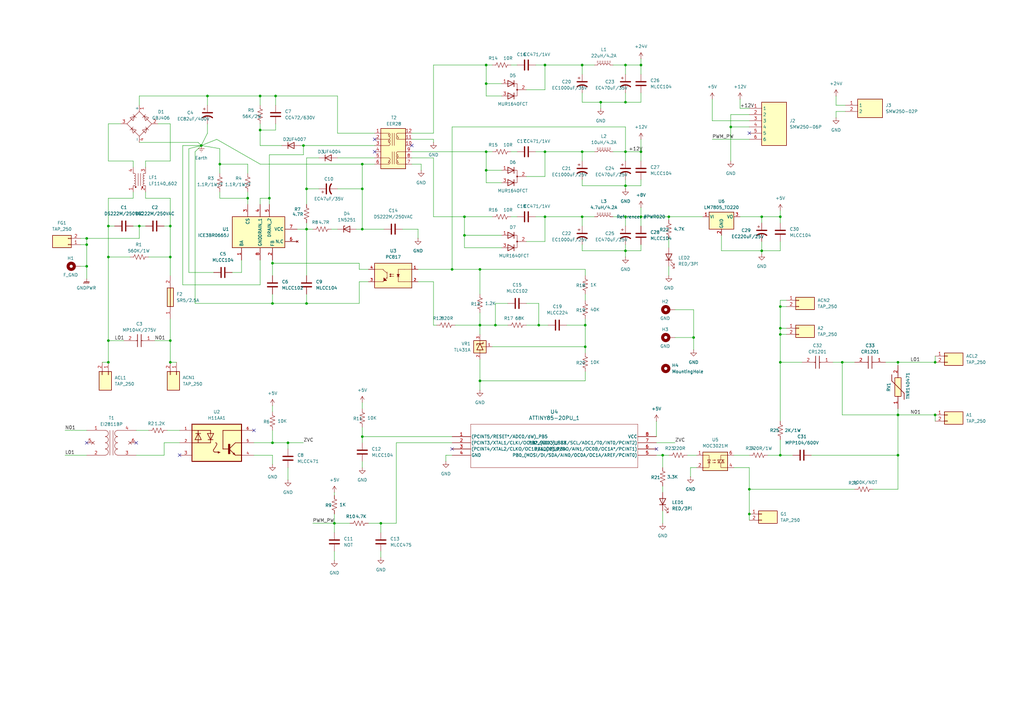
<source format=kicad_sch>
(kicad_sch (version 20250114) (generator "eeschema") (generator_version "9.0")
  (paper "A3")
  (junction (at 256.54 76.2))
  (junction (at 240.03 142.24))
  (junction (at 274.32 88.9))
  (junction (at 111.76 181.61))
  (junction (at 111.76 124.46))
  (junction (at 256.54 26.67))
  (junction (at 44.45 148.59))
  (junction (at 312.42 88.9))
  (junction (at 345.44 148.59))
  (junction (at 199.39 62.23))
  (junction (at 190.5 96.52))
  (junction (at 148.59 67.31))
  (junction (at 106.68 39.37))
  (junction (at 256.54 102.87))
  (junction (at 320.04 148.59))
  (junction (at 262.89 26.67))
  (junction (at 69.85 92.71))
  (junction (at 125.73 124.46))
  (junction (at 148.59 179.07))
  (junction (at 82.55 59.69))
  (junction (at 238.76 26.67))
  (junction (at 271.78 186.69))
  (junction (at 111.76 107.95))
  (junction (at 101.6 81.28))
  (junction (at 125.73 93.98))
  (junction (at 223.52 26.67))
  (junction (at 69.85 105.41))
  (junction (at 148.59 93.98))
  (junction (at 383.54 148.59))
  (junction (at 185.42 110.49))
  (junction (at 320.04 88.9))
  (junction (at 320.04 137.16))
  (junction (at 196.85 156.21))
  (junction (at 240.03 133.35))
  (junction (at 196.85 133.35))
  (junction (at 238.76 88.9))
  (junction (at 320.04 125.73))
  (junction (at 199.39 34.29))
  (junction (at 368.3 148.59))
  (junction (at 368.3 186.69))
  (junction (at 69.85 139.7))
  (junction (at 110.49 81.28))
  (junction (at 307.34 200.66))
  (junction (at 262.89 88.9))
  (junction (at 190.5 88.9))
  (junction (at 223.52 62.23))
  (junction (at 199.39 26.67))
  (junction (at 256.54 62.23))
  (junction (at 383.54 170.18))
  (junction (at 256.54 88.9))
  (junction (at 238.76 62.23))
  (junction (at 44.45 139.7))
  (junction (at 284.48 138.43))
  (junction (at 35.56 97.79))
  (junction (at 44.45 92.71))
  (junction (at 307.34 210.82))
  (junction (at 148.59 77.47))
  (junction (at 137.16 214.63))
  (junction (at 85.09 39.37))
  (junction (at 299.72 52.07))
  (junction (at 262.89 62.23))
  (junction (at 44.45 105.41))
  (junction (at 312.42 102.87))
  (junction (at 57.15 92.71))
  (junction (at 69.85 148.59))
  (junction (at 124.46 59.69))
  (junction (at 196.85 110.49))
  (junction (at 90.17 67.31))
  (junction (at 320.04 134.62))
  (junction (at 368.3 170.18))
  (junction (at 223.52 88.9))
  (junction (at 125.73 77.47))
  (junction (at 35.56 109.22))
  (junction (at 106.68 53.34))
  (junction (at 220.98 133.35))
  (junction (at 199.39 69.85))
  (junction (at 113.03 39.37))
  (junction (at 35.56 100.33))
  (junction (at 256.54 41.91))
  (junction (at 320.04 186.69))
  (junction (at 246.38 41.91))
  (junction (at 156.21 214.63))
  (junction (at 203.2 133.35))
  (junction (at 118.11 181.61))
  (no_connect (at 35.56 181.61))
  (no_connect (at 55.88 181.61))
  (no_connect (at 104.14 176.53))
  (no_connect (at 307.34 54.61))
  (no_connect (at 153.67 57.15))
  (no_connect (at 168.91 59.69))
  (no_connect (at 185.42 184.15))
  (no_connect (at 153.67 62.23))
  (no_connect (at 73.66 186.69))
  (no_connect (at 269.24 184.15))
  (wire (pts (xy 67.31 186.69) (xy 67.31 181.61)))
  (wire (pts (xy 44.45 81.28) (xy 54.61 81.28)))
  (wire (pts (xy 26.67 176.53) (xy 35.56 176.53)))
  (wire (pts (xy 111.76 124.46) (xy 125.73 124.46)))
  (wire (pts (xy 111.76 181.61) (xy 111.76 176.53)))
  (wire (pts (xy 185.42 52.07) (xy 185.42 110.49)))
  (wire (pts (xy 262.89 100.33) (xy 262.89 102.87)))
  (wire (pts (xy 125.73 64.77) (xy 130.81 64.77)))
  (wire (pts (xy 69.85 105.41) (xy 69.85 113.03)))
  (wire (pts (xy 256.54 62.23) (xy 256.54 66.04)))
  (wire (pts (xy 274.32 109.22) (xy 274.32 113.03)))
  (wire (pts (xy 57.15 43.18) (xy 57.15 39.37)))
  (wire (pts (xy 256.54 100.33) (xy 256.54 102.87)))
  (wire (pts (xy 240.03 130.81) (xy 240.03 133.35)))
  (wire (pts (xy 271.78 209.55) (xy 271.78 214.63)))
  (wire (pts (xy 314.96 186.69) (xy 320.04 186.69)))
  (wire (pts (xy 185.42 110.49) (xy 196.85 110.49)))
  (wire (pts (xy 320.04 137.16) (xy 322.58 137.16)))
  (wire (pts (xy 125.73 83.82) (xy 125.73 77.47)))
  (wire (pts (xy 68.58 176.53) (xy 73.66 176.53)))
  (wire (pts (xy 171.45 93.98) (xy 171.45 97.79)))
  (wire (pts (xy 106.68 39.37) (xy 113.03 39.37)))
  (wire (pts (xy 90.17 71.12) (xy 90.17 67.31)))
  (wire (pts (xy 148.59 179.07) (xy 148.59 181.61)))
  (wire (pts (xy 101.6 67.31) (xy 101.6 71.12)))
  (wire (pts (xy 238.76 66.04) (xy 238.76 62.23)))
  (wire (pts (xy 111.76 186.69) (xy 104.14 186.69)))
  (wire (pts (xy 284.48 138.43) (xy 284.48 143.51)))
  (wire (pts (xy 271.78 186.69) (xy 271.78 191.77)))
  (wire (pts (xy 157.48 93.98) (xy 148.59 93.98)))
  (wire (pts (xy 251.46 88.9) (xy 256.54 88.9)))
  (wire (pts (xy 182.88 189.23) (xy 182.88 186.69)))
  (wire (pts (xy 125.73 93.98) (xy 128.27 93.98)))
  (wire (pts (xy 238.76 41.91) (xy 246.38 41.91)))
  (wire (pts (xy 196.85 133.35) (xy 203.2 133.35)))
  (wire (pts (xy 138.43 77.47) (xy 148.59 77.47)))
  (wire (pts (xy 118.11 181.61) (xy 118.11 184.15)))
  (wire (pts (xy 238.76 26.67) (xy 243.84 26.67)))
  (wire (pts (xy 320.04 148.59) (xy 320.04 172.72)))
  (wire (pts (xy 262.89 57.15) (xy 262.89 62.23)))
  (wire (pts (xy 101.6 81.28) (xy 101.6 83.82)))
  (wire (pts (xy 49.53 50.8) (xy 44.45 50.8)))
  (wire (pts (xy 262.89 102.87) (xy 256.54 102.87)))
  (wire (pts (xy 111.76 107.95) (xy 111.76 113.03)))
  (wire (pts (xy 196.85 156.21) (xy 196.85 160.02)))
  (wire (pts (xy 125.73 120.65) (xy 125.73 124.46)))
  (wire (pts (xy 148.59 179.07) (xy 148.59 175.26)))
  (wire (pts (xy 256.54 102.87) (xy 256.54 105.41)))
  (wire (pts (xy 67.31 92.71) (xy 69.85 92.71)))
  (wire (pts (xy 246.38 41.91) (xy 246.38 44.45)))
  (wire (pts (xy 162.56 214.63) (xy 162.56 181.61)))
  (wire (pts (xy 262.89 88.9) (xy 274.32 88.9)))
  (wire (pts (xy 332.74 186.69) (xy 368.3 186.69)))
  (wire (pts (xy 300.99 186.69) (xy 307.34 186.69)))
  (wire (pts (xy 274.32 97.79) (xy 274.32 101.6)))
  (wire (pts (xy 223.52 88.9) (xy 219.71 88.9)))
  (wire (pts (xy 203.2 124.46) (xy 203.2 133.35)))
  (wire (pts (xy 148.59 77.47) (xy 148.59 67.31)))
  (wire (pts (xy 238.76 88.9) (xy 243.84 88.9)))
  (wire (pts (xy 368.3 148.59) (xy 368.3 149.86)))
  (wire (pts (xy 292.1 57.15) (xy 307.34 57.15)))
  (wire (pts (xy 219.71 62.23) (xy 223.52 62.23)))
  (wire (pts (xy 299.72 66.04) (xy 299.72 52.07)))
  (wire (pts (xy 320.04 125.73) (xy 322.58 125.73)))
  (wire (pts (xy 283.21 195.58) (xy 283.21 191.77)))
  (wire (pts (xy 162.56 181.61) (xy 185.42 181.61)))
  (wire (pts (xy 177.8 26.67) (xy 199.39 26.67)))
  (wire (pts (xy 201.93 142.24) (xy 240.03 142.24)))
  (wire (pts (xy 223.52 26.67) (xy 238.76 26.67)))
  (wire (pts (xy 124.46 59.69) (xy 153.67 59.69)))
  (wire (pts (xy 168.91 62.23) (xy 199.39 62.23)))
  (wire (pts (xy 223.52 88.9) (xy 238.76 88.9)))
  (wire (pts (xy 110.49 81.28) (xy 106.68 81.28)))
  (wire (pts (xy 240.03 120.65) (xy 240.03 123.19)))
  (wire (pts (xy 215.9 124.46) (xy 220.98 124.46)))
  (wire (pts (xy 269.24 172.72) (xy 269.24 179.07)))
  (wire (pts (xy 168.91 67.31) (xy 172.72 67.31)))
  (wire (pts (xy 209.55 88.9) (xy 212.09 88.9)))
  (wire (pts (xy 256.54 38.1) (xy 256.54 41.91)))
  (wire (pts (xy 69.85 92.71) (xy 69.85 105.41)))
  (wire (pts (xy 240.03 142.24) (xy 240.03 144.78)))
  (wire (pts (xy 104.14 181.61) (xy 111.76 181.61)))
  (wire (pts (xy 106.68 53.34) (xy 106.68 59.69)))
  (wire (pts (xy 90.17 67.31) (xy 90.17 60.96)))
  (wire (pts (xy 320.04 123.19) (xy 322.58 123.19)))
  (wire (pts (xy 26.67 186.69) (xy 35.56 186.69)))
  (wire (pts (xy 256.54 26.67) (xy 256.54 30.48)))
  (wire (pts (xy 177.8 133.35) (xy 179.07 133.35)))
  (wire (pts (xy 118.11 181.61) (xy 124.46 181.61)))
  (wire (pts (xy 223.52 36.83) (xy 223.52 26.67)))
  (wire (pts (xy 196.85 128.27) (xy 196.85 133.35)))
  (wire (pts (xy 165.1 93.98) (xy 171.45 93.98)))
  (wire (pts (xy 196.85 110.49) (xy 240.03 110.49)))
  (wire (pts (xy 185.42 179.07) (xy 148.59 179.07)))
  (wire (pts (xy 262.89 38.1) (xy 262.89 41.91)))
  (wire (pts (xy 238.76 38.1) (xy 238.76 41.91)))
  (wire (pts (xy 80.01 62.23) (xy 82.55 59.69)))
  (wire (pts (xy 85.09 39.37) (xy 106.68 39.37)))
  (wire (pts (xy 209.55 26.67) (xy 212.09 26.67)))
  (wire (pts (xy 111.76 190.5) (xy 111.76 186.69)))
  (wire (pts (xy 203.2 124.46) (xy 208.28 124.46)))
  (wire (pts (xy 342.9 45.72) (xy 346.71 45.72)))
  (wire (pts (xy 256.54 62.23) (xy 262.89 62.23)))
  (wire (pts (xy 113.03 50.8) (xy 113.03 53.34)))
  (wire (pts (xy 111.76 124.46) (xy 80.01 124.46)))
  (wire (pts (xy 256.54 76.2) (xy 256.54 77.47)))
  (wire (pts (xy 147.32 107.95) (xy 111.76 107.95)))
  (wire (pts (xy 147.32 110.49) (xy 147.32 107.95)))
  (wire (pts (xy 69.85 66.04) (xy 59.69 66.04)))
  (wire (pts (xy 147.32 115.57) (xy 151.13 115.57)))
  (wire (pts (xy 190.5 88.9) (xy 190.5 96.52)))
  (wire (pts (xy 125.73 91.44) (xy 125.73 93.98)))
  (wire (pts (xy 320.04 88.9) (xy 320.04 91.44)))
  (wire (pts (xy 33.02 109.22) (xy 35.56 109.22)))
  (wire (pts (xy 128.27 214.63) (xy 137.16 214.63)))
  (wire (pts (xy 312.42 102.87) (xy 312.42 104.14)))
  (wire (pts (xy 111.76 120.65) (xy 111.76 124.46)))
  (wire (pts (xy 346.71 43.18) (xy 342.9 43.18)))
  (wire (pts (xy 256.54 73.66) (xy 256.54 76.2)))
  (wire (pts (xy 262.89 41.91) (xy 256.54 41.91)))
  (wire (pts (xy 57.15 92.71) (xy 59.69 92.71)))
  (wire (pts (xy 256.54 88.9) (xy 262.89 88.9)))
  (wire (pts (xy 106.68 67.31) (xy 148.59 67.31)))
  (wire (pts (xy 111.76 106.68) (xy 111.76 107.95)))
  (wire (pts (xy 69.85 105.41) (xy 60.96 105.41)))
  (wire (pts (xy 215.9 72.39) (xy 223.52 72.39)))
  (wire (pts (xy 41.91 148.59) (xy 44.45 148.59)))
  (wire (pts (xy 295.91 96.52) (xy 295.91 102.87)))
  (wire (pts (xy 44.45 92.71) (xy 44.45 105.41)))
  (wire (pts (xy 215.9 133.35) (xy 220.98 133.35)))
  (wire (pts (xy 44.45 66.04) (xy 54.61 66.04)))
  (wire (pts (xy 177.8 88.9) (xy 190.5 88.9)))
  (wire (pts (xy 168.91 64.77) (xy 177.8 64.77)))
  (wire (pts (xy 190.5 88.9) (xy 201.93 88.9)))
  (wire (pts (xy 137.16 214.63) (xy 143.51 214.63)))
  (wire (pts (xy 54.61 81.28) (xy 54.61 78.74)))
  (wire (pts (xy 74.93 59.69) (xy 82.55 59.69)))
  (wire (pts (xy 299.72 52.07) (xy 299.72 46.99)))
  (wire (pts (xy 57.15 58.42) (xy 81.28 58.42)))
  (wire (pts (xy 342.9 43.18) (xy 342.9 39.37)))
  (wire (pts (xy 54.61 66.04) (xy 54.61 68.58)))
  (wire (pts (xy 124.46 59.69) (xy 124.46 63.5)))
  (wire (pts (xy 320.04 102.87) (xy 312.42 102.87)))
  (wire (pts (xy 205.74 39.37) (xy 199.39 39.37)))
  (wire (pts (xy 182.88 186.69) (xy 185.42 186.69)))
  (wire (pts (xy 74.93 116.84) (xy 74.93 59.69)))
  (wire (pts (xy 199.39 39.37) (xy 199.39 34.29)))
  (wire (pts (xy 44.45 105.41) (xy 53.34 105.41)))
  (wire (pts (xy 177.8 54.61) (xy 177.8 26.67)))
  (wire (pts (xy 220.98 133.35) (xy 224.79 133.35)))
  (wire (pts (xy 87.63 111.76) (xy 77.47 111.76)))
  (wire (pts (xy 88.9 57.15) (xy 82.55 59.69)))
  (wire (pts (xy 35.56 97.79) (xy 35.56 100.33)))
  (wire (pts (xy 205.74 69.85) (xy 199.39 69.85)))
  (wire (pts (xy 223.52 99.06) (xy 223.52 88.9)))
  (wire (pts (xy 368.3 200.66) (xy 368.3 186.69)))
  (wire (pts (xy 215.9 36.83) (xy 223.52 36.83)))
  (wire (pts (xy 262.89 26.67) (xy 262.89 30.48)))
  (wire (pts (xy 151.13 110.49) (xy 147.32 110.49)))
  (wire (pts (xy 199.39 34.29) (xy 205.74 34.29)))
  (wire (pts (xy 238.76 100.33) (xy 238.76 102.87)))
  (wire (pts (xy 137.16 201.93) (xy 137.16 203.2)))
  (wire (pts (xy 148.59 165.1) (xy 148.59 167.64)))
  (wire (pts (xy 77.47 111.76) (xy 77.47 60.96)))
  (wire (pts (xy 64.77 50.8) (xy 69.85 50.8)))
  (wire (pts (xy 358.14 200.66) (xy 368.3 200.66)))
  (wire (pts (xy 240.03 133.35) (xy 240.03 142.24)))
  (wire (pts (xy 368.3 186.69) (xy 368.3 170.18)))
  (wire (pts (xy 320.04 180.34) (xy 320.04 186.69)))
  (wire (pts (xy 106.68 50.8) (xy 106.68 53.34)))
  (wire (pts (xy 196.85 110.49) (xy 196.85 120.65)))
  (wire (pts (xy 256.54 62.23) (xy 256.54 52.07)))
  (wire (pts (xy 238.76 30.48) (xy 238.76 26.67)))
  (wire (pts (xy 113.03 39.37) (xy 138.43 39.37)))
  (wire (pts (xy 223.52 72.39) (xy 223.52 62.23)))
  (wire (pts (xy 186.69 133.35) (xy 196.85 133.35)))
  (wire (pts (xy 196.85 156.21) (xy 240.03 156.21)))
  (wire (pts (xy 312.42 88.9) (xy 320.04 88.9)))
  (wire (pts (xy 274.32 88.9) (xy 288.29 88.9)))
  (wire (pts (xy 199.39 69.85) (xy 199.39 74.93)))
  (wire (pts (xy 177.8 133.35) (xy 177.8 115.57)))
  (wire (pts (xy 85.09 54.61) (xy 82.55 59.69)))
  (wire (pts (xy 320.04 86.36) (xy 320.04 88.9)))
  (wire (pts (xy 383.54 170.18) (xy 383.54 172.72)))
  (wire (pts (xy 110.49 63.5) (xy 110.49 81.28)))
  (wire (pts (xy 299.72 46.99) (xy 307.34 46.99)))
  (wire (pts (xy 63.5 139.7) (xy 69.85 139.7)))
  (wire (pts (xy 307.34 49.53) (xy 292.1 49.53)))
  (wire (pts (xy 238.76 62.23) (xy 243.84 62.23)))
  (wire (pts (xy 118.11 191.77) (xy 118.11 196.85)))
  (wire (pts (xy 125.73 77.47) (xy 125.73 64.77)))
  (wire (pts (xy 312.42 88.9) (xy 312.42 91.44)))
  (wire (pts (xy 77.47 60.96) (xy 82.55 59.69)))
  (wire (pts (xy 262.89 24.13) (xy 262.89 26.67)))
  (wire (pts (xy 320.04 134.62) (xy 320.04 125.73)))
  (wire (pts (xy 151.13 214.63) (xy 156.21 214.63)))
  (wire (pts (xy 125.73 113.03) (xy 125.73 93.98)))
  (wire (pts (xy 106.68 59.69) (xy 115.57 59.69)))
  (wire (pts (xy 341.63 148.59) (xy 345.44 148.59)))
  (wire (pts (xy 240.03 110.49) (xy 240.03 113.03)))
  (wire (pts (xy 238.76 102.87) (xy 256.54 102.87)))
  (wire (pts (xy 69.85 148.59) (xy 72.39 148.59)))
  (wire (pts (xy 209.55 62.23) (xy 212.09 62.23)))
  (wire (pts (xy 262.89 76.2) (xy 256.54 76.2)))
  (wire (pts (xy 147.32 124.46) (xy 147.32 115.57)))
  (wire (pts (xy 67.31 181.61) (xy 73.66 181.61)))
  (wire (pts (xy 320.04 186.69) (xy 325.12 186.69)))
  (wire (pts (xy 106.68 116.84) (xy 74.93 116.84)))
  (wire (pts (xy 69.85 130.81) (xy 69.85 139.7)))
  (wire (pts (xy 363.22 148.59) (xy 368.3 148.59)))
  (wire (pts (xy 138.43 93.98) (xy 135.89 93.98)))
  (wire (pts (xy 44.45 92.71) (xy 44.45 81.28)))
  (wire (pts (xy 368.3 170.18) (xy 383.54 170.18)))
  (wire (pts (xy 284.48 127) (xy 284.48 138.43)))
  (wire (pts (xy 106.68 81.28) (xy 106.68 83.82)))
  (wire (pts (xy 307.34 210.82) (xy 307.34 213.36)))
  (wire (pts (xy 256.54 88.9) (xy 256.54 92.71)))
  (wire (pts (xy 307.34 200.66) (xy 307.34 191.77)))
  (wire (pts (xy 106.68 39.37) (xy 106.68 43.18)))
  (wire (pts (xy 168.91 57.15) (xy 177.8 57.15)))
  (wire (pts (xy 90.17 60.96) (xy 82.55 59.69)))
  (wire (pts (xy 55.88 176.53) (xy 60.96 176.53)))
  (wire (pts (xy 345.44 148.59) (xy 350.52 148.59)))
  (wire (pts (xy 238.76 76.2) (xy 256.54 76.2)))
  (wire (pts (xy 320.04 148.59) (xy 328.93 148.59)))
  (wire (pts (xy 199.39 62.23) (xy 201.93 62.23)))
  (wire (pts (xy 215.9 99.06) (xy 223.52 99.06)))
  (wire (pts (xy 262.89 73.66) (xy 262.89 76.2)))
  (wire (pts (xy 262.89 88.9) (xy 262.89 92.71)))
  (wire (pts (xy 383.54 146.05) (xy 383.54 148.59)))
  (wire (pts (xy 35.56 109.22) (xy 35.56 100.33)))
  (wire (pts (xy 106.68 106.68) (xy 106.68 116.84)))
  (wire (pts (xy 35.56 97.79) (xy 57.15 97.79)))
  (wire (pts (xy 33.02 100.33) (xy 35.56 100.33)))
  (wire (pts (xy 223.52 62.23) (xy 238.76 62.23)))
  (wire (pts (xy 90.17 81.28) (xy 101.6 81.28)))
  (wire (pts (xy 137.16 229.87) (xy 137.16 226.06)))
  (wire (pts (xy 256.54 41.91) (xy 246.38 41.91)))
  (wire (pts (xy 57.15 39.37) (xy 85.09 39.37)))
  (wire (pts (xy 171.45 110.49) (xy 185.42 110.49)))
  (wire (pts (xy 307.34 200.66) (xy 350.52 200.66)))
  (wire (pts (xy 205.74 74.93) (xy 199.39 74.93)))
  (wire (pts (xy 57.15 92.71) (xy 57.15 97.79)))
  (wire (pts (xy 69.85 50.8) (xy 69.85 66.04)))
  (wire (pts (xy 307.34 44.45) (xy 303.53 44.45)))
  (wire (pts (xy 138.43 64.77) (xy 153.67 64.77)))
  (wire (pts (xy 69.85 81.28) (xy 69.85 92.71)))
  (wire (pts (xy 283.21 191.77) (xy 285.75 191.77)))
  (wire (pts (xy 55.88 186.69) (xy 67.31 186.69)))
  (wire (pts (xy 199.39 62.23) (xy 199.39 69.85)))
  (wire (pts (xy 271.78 199.39) (xy 271.78 201.93)))
  (wire (pts (xy 199.39 26.67) (xy 201.93 26.67)))
  (wire (pts (xy 90.17 78.74) (xy 90.17 81.28)))
  (wire (pts (xy 138.43 54.61) (xy 153.67 54.61)))
  (wire (pts (xy 59.69 78.74) (xy 59.69 81.28)))
  (wire (pts (xy 292.1 49.53) (xy 292.1 40.64)))
  (wire (pts (xy 256.54 26.67) (xy 262.89 26.67)))
  (wire (pts (xy 251.46 26.67) (xy 256.54 26.67)))
  (wire (pts (xy 199.39 26.67) (xy 199.39 34.29)))
  (wire (pts (xy 35.56 109.22) (xy 35.56 114.3)))
  (wire (pts (xy 274.32 88.9) (xy 274.32 90.17)))
  (wire (pts (xy 99.06 111.76) (xy 99.06 106.68)))
  (wire (pts (xy 251.46 62.23) (xy 256.54 62.23)))
  (wire (pts (xy 269.24 186.69) (xy 271.78 186.69)))
  (wire (pts (xy 44.45 50.8) (xy 44.45 66.04)))
  (wire (pts (xy 303.53 44.45) (xy 303.53 40.64)))
  (wire (pts (xy 177.8 64.77) (xy 177.8 88.9)))
  (wire (pts (xy 121.92 93.98) (xy 125.73 93.98)))
  (wire (pts (xy 177.8 57.15) (xy 177.8 58.42)))
  (wire (pts (xy 262.89 62.23) (xy 262.89 66.04)))
  (wire (pts (xy 146.05 93.98) (xy 148.59 93.98)))
  (wire (pts (xy 303.53 88.9) (xy 312.42 88.9)))
  (wire (pts (xy 196.85 133.35) (xy 196.85 137.16)))
  (wire (pts (xy 46.99 92.71) (xy 44.45 92.71)))
  (wire (pts (xy 44.45 105.41) (xy 44.45 139.7)))
  (wire (pts (xy 137.16 210.82) (xy 137.16 214.63)))
  (wire (pts (xy 203.2 133.35) (xy 208.28 133.35)))
  (wire (pts (xy 262.89 85.09) (xy 262.89 88.9)))
  (wire (pts (xy 33.02 97.79) (xy 35.56 97.79)))
  (wire (pts (xy 172.72 67.31) (xy 172.72 69.85)))
  (wire (pts (xy 190.5 96.52) (xy 205.74 96.52)))
  (wire (pts (xy 271.78 186.69) (xy 274.32 186.69)))
  (wire (pts (xy 320.04 125.73) (xy 320.04 123.19)))
  (wire (pts (xy 345.44 170.18) (xy 368.3 170.18)))
  (wire (pts (xy 111.76 181.61) (xy 118.11 181.61)))
  (wire (pts (xy 190.5 101.6) (xy 190.5 96.52)))
  (wire (pts (xy 44.45 139.7) (xy 44.45 148.59)))
  (wire (pts (xy 156.21 228.6) (xy 156.21 226.06)))
  (wire (pts (xy 307.34 200.66) (xy 307.34 210.82)))
  (wire (pts (xy 54.61 92.71) (xy 57.15 92.71)))
  (wire (pts (xy 69.85 139.7) (xy 69.85 148.59)))
  (wire (pts (xy 256.54 52.07) (xy 185.42 52.07)))
  (wire (pts (xy 345.44 148.59) (xy 345.44 170.18)))
  (wire (pts (xy 81.28 58.42) (xy 82.55 59.69)))
  (wire (pts (xy 232.41 133.35) (xy 240.03 133.35)))
  (wire (pts (xy 320.04 134.62) (xy 322.58 134.62)))
  (wire (pts (xy 137.16 218.44) (xy 137.16 214.63)))
  (wire (pts (xy 177.8 115.57) (xy 171.45 115.57)))
  (wire (pts (xy 153.67 67.31) (xy 148.59 67.31)))
  (wire (pts (xy 113.03 39.37) (xy 113.03 43.18)))
  (wire (pts (xy 276.86 138.43) (xy 284.48 138.43)))
  (wire (pts (xy 281.94 186.69) (xy 285.75 186.69)))
  (wire (pts (xy 342.9 48.26) (xy 342.9 45.72)))
  (wire (pts (xy 156.21 214.63) (xy 156.21 218.44)))
  (wire (pts (xy 125.73 124.46) (xy 147.32 124.46)))
  (wire (pts (xy 80.01 124.46) (xy 80.01 62.23)))
  (wire (pts (xy 190.5 101.6) (xy 205.74 101.6)))
  (wire (pts (xy 196.85 147.32) (xy 196.85 156.21)))
  (wire (pts (xy 312.42 99.06) (xy 312.42 102.87)))
  (wire (pts (xy 101.6 78.74) (xy 101.6 81.28)))
  (wire (pts (xy 111.76 166.37) (xy 111.76 168.91)))
  (wire (pts (xy 148.59 93.98) (xy 148.59 77.47)))
  (wire (pts (xy 90.17 67.31) (xy 101.6 67.31)))
  (wire (pts (xy 110.49 81.28) (xy 110.49 83.82)))
  (wire (pts (xy 299.72 52.07) (xy 307.34 52.07)))
  (wire (pts (xy 223.52 26.67) (xy 219.71 26.67)))
  (wire (pts (xy 95.25 111.76) (xy 99.06 111.76)))
  (wire (pts (xy 238.76 73.66) (xy 238.76 76.2)))
  (wire (pts (xy 106.68 67.31) (xy 88.9 57.15)))
  (wire (pts (xy 85.09 50.8) (xy 85.09 54.61)))
  (wire (pts (xy 220.98 124.46) (xy 220.98 133.35)))
  (wire (pts (xy 59.69 81.28) (xy 69.85 81.28)))
  (wire (pts (xy 59.69 66.04) (xy 59.69 68.58)))
  (wire (pts (xy 238.76 88.9) (xy 238.76 92.71)))
  (wire (pts (xy 148.59 189.23) (xy 148.59 191.77)))
  (wire (pts (xy 240.03 152.4) (xy 240.03 156.21)))
  (wire (pts (xy 307.34 191.77) (xy 300.99 191.77)))
  (wire (pts (xy 124.46 63.5) (xy 110.49 63.5)))
  (wire (pts (xy 130.81 77.47) (xy 125.73 77.47)))
  (wire (pts (xy 320.04 137.16) (xy 320.04 134.62)))
  (wire (pts (xy 320.04 99.06) (xy 320.04 102.87)))
  (wire (pts (xy 123.19 59.69) (xy 124.46 59.69)))
  (wire (pts (xy 368.3 170.18) (xy 368.3 167.64)))
  (wire (pts (xy 156.21 214.63) (xy 162.56 214.63)))
  (wire (pts (xy 138.43 39.37) (xy 138.43 54.61)))
  (wire (pts (xy 85.09 39.37) (xy 85.09 43.18)))
  (wire (pts (xy 168.91 54.61) (xy 177.8 54.61)))
  (wire (pts (xy 368.3 148.59) (xy 383.54 148.59)))
  (wire (pts (xy 106.68 53.34) (xy 113.03 53.34)))
  (wire (pts (xy 44.45 139.7) (xy 50.8 139.7)))
  (wire (pts (xy 295.91 102.87) (xy 312.42 102.87)))
  (wire (pts (xy 320.04 148.59) (xy 320.04 137.16)))
  (wire (pts (xy 276.86 127) (xy 284.48 127)))
  (wire (pts (xy 269.24 181.61) (xy 276.86 181.61)))
  (label "PWM_PW" (at 128.27 214.63 0) (effects (font (size 1.397 1.397))))
  (label "N01" (at 26.67 176.53 0) (effects (font (size 1.397 1.397))))
  (label "PWM_PW" (at 292.1 57.15 0) (effects (font (size 1.397 1.397))))
  (label "L01" (at 373.38 148.59 0) (effects (font (size 1.397 1.397))))
  (label "+12V" (at 257.81 62.23 0) (effects (font (size 1.397 1.397))))
  (label "ZVC" (at 124.46 181.61 0) (effects (font (size 1.397 1.397))))
  (label "N01" (at 63.5 139.7 0) (effects (font (size 1.397 1.397))))
  (label "+12V" (at 303.53 44.45 0) (effects (font (size 1.397 1.397))))
  (label "N01" (at 373.38 170.18 0) (effects (font (size 1.397 1.397))))
  (label "L01" (at 46.99 139.7 0) (effects (font (size 1.397 1.397))))
  (label "L01" (at 26.67 186.69 0) (effects (font (size 1.397 1.397))))
  (label "ZVC" (at 276.86 181.61 0) (effects (font (size 1.397 1.397))))
  (symbol (lib_id "04_MyLib_Passive:C_Pol") (at 238.76 34.29 0) (unit 1)
    (property "Reference" "C20" (at 230.378 33.528 0) (effects (justify left)))
    (property "Value" "EC1000uF/35V" (at 226.314 36.068 0) (effects (justify left)))
    (property "Footprint" "04_MyFoot_Passive:CP_Radial_D12.5mm_P5.00mm" (effects (hide yes)))
  )
  (symbol (lib_id "04_MyLib_Passive:R") (at 111.76 172.72 180) (unit 1)
    (property "Reference" "R6" (at 107.95 172.974 0) (effects (justify right)))
    (property "Value" "10K" (at 113.792 172.72 0) (effects (justify right)))
    (property "Footprint" "04_MyFoot_Passive:R_3216Metric" (effects (hide yes)))
  )
  (symbol (lib_id "04_MyLib_Passive:R") (at 125.73 87.63 0) (unit 1)
    (property "Reference" "R7" (at 120.65 85.852 0) (effects (justify left)))
    (property "Value" "4.7R" (at 119.888 87.884 0) (effects (justify left)))
    (property "Footprint" "04_MyFoot_Passive:R_3216Metric" (effects (hide yes)))
  )
  (symbol (lib_id "04_MyLib_Passive:C_Pol") (at 238.76 96.52 0) (unit 1)
    (property "Reference" "C22" (at 230.378 95.758 0) (effects (justify left)))
    (property "Value" "EC1000uF/25V" (at 226.314 98.298 0) (effects (justify left)))
    (property "Footprint" "04_MyFoot_Passive:CP_Radial_D10.0mm_P5.00mm" (effects (hide yes)))
  )
  (symbol (lib_id "04_MyLib_Passive:C_Pol") (at 256.54 96.52 0) (unit 1)
    (property "Reference" "C25" (at 248.158 95.758 0) (effects (justify left)))
    (property "Value" "EC470uF/25V" (at 244.094 98.298 0) (effects (justify left)))
    (property "Footprint" "04_MyFoot_Passive:CP_Radial_D10.0mm_P5.00mm" (effects (hide yes)))
  )
  (symbol (lib_id "04_MyLib_Passive:R") (at 240.03 127 180) (unit 1)
    (property "Reference" "R19" (at 236.22 127.254 0) (effects (justify right)))
    (property "Value" "40K" (at 242.062 127 0) (effects (justify right)))
    (property "Footprint" "04_MyFoot_Passive:R_Axial_0.25W_P10.16mm" (effects (hide yes)))
  )
  (symbol (lib_id "power:+5V") (at 269.24 172.72 0) (unit 1)
    (property "Reference" "#PWR021" (effects (hide yes)))
    (property "Value" "+5V" (at 269.24 167.64 0))
    (property "Description" "Power symbol creates a global label with name \"+5V\"" (effects (hide yes)))
  )
  (symbol (lib_id "04_MyLib_Passive:C") (at 328.93 186.69 90) (unit 1)
    (property "Reference" "C31" (at 328.93 179.07 90))
    (property "Value" "MPP104/600V" (at 328.93 181.61 90))
    (property "Footprint" "04_MyFoot_Passive:C_PP_L23.0mm_W10.9mm_P21.2mm" (effects (hide yes)))
  )
  (symbol (lib_id "02_MyLib_Connectors:TAP_250") (at 72.39 153.67 270) (unit 1)
    (property "Reference" "ACN1" (at 74.93 154.94 90) (effects (justify left)))
    (property "Value" "TAP_250" (at 74.93 157.48 90) (effects (justify left)))
    (property "Footprint" "02_MyFoot_Connectors:TAP_250" (effects (hide yes)))
  )
  (symbol (lib_id "04_MyLib_Passive:R") (at 271.78 195.58 0) (unit 1)
    (property "Reference" "R21" (at 266.954 195.834 0) (effects (justify left)))
    (property "Value" "3.3K" (at 273.558 195.58 0) (effects (justify left)))
    (property "Footprint" "04_MyFoot_Passive:R_3216Metric" (effects (hide yes)))
  )
  (symbol (lib_id "03_MyLib_Active:MUR1640FCT") (at 210.82 99.06 0) (unit 1)
    (property "Reference" "D7" (at 210.312 93.218 0))
    (property "Value" "MUR1640FCT" (at 210.82 104.902 0))
    (property "Footprint" "03_MyFoot_Active:TO220AB_P2.55mm" (effects (hide yes)))
  )
  (symbol (lib_id "04_MyLib_Passive:R") (at 132.08 93.98 90) (unit 1)
    (property "Reference" "R8" (at 130.556 91.186 90) (effects (justify left)))
    (property "Value" "4.7R" (at 135.128 91.186 90) (effects (justify left)))
    (property "Footprint" "04_MyFoot_Passive:R_3216Metric" (effects (hide yes)))
  )
  (symbol (lib_id "04_MyLib_Passive:C") (at 228.6 133.35 90) (unit 1)
    (property "Reference" "C19" (at 228.6 125.73 90))
    (property "Value" "MLCC224" (at 228.6 128.27 90))
    (property "Footprint" "04_MyFoot_Passive:C_3216Metric" (effects (hide yes)))
  )
  (symbol (lib_id "power:GND") (at 299.72 66.04 0) (unit 1)
    (property "Reference" "#PWR026" (effects (hide yes)))
    (property "Value" "GND" (at 299.72 71.12 0))
    (property "Description" "Power symbol creates a global label with name \"GND\" , ground" (effects (hide yes)))
  )
  (symbol (lib_id "04_MyLib_Passive:Inductor") (at 247.65 88.9 90) (unit 1)
    (property "Reference" "L3" (at 247.65 82.55 90))
    (property "Value" "4.7uH/4.2A" (at 247.65 85.09 90))
    (property "Footprint" "04_MyFoot_Passive:L_Radial_D7.5mm_P3.50mm" (effects (hide yes)))
  )
  (symbol (lib_id "power:GND") (at 182.88 189.23 0) (unit 1)
    (property "Reference" "#PWR014" (effects (hide yes)))
    (property "Value" "GND" (at 182.88 194.31 0))
    (property "Description" "Power symbol creates a global label with name \"GND\" , ground" (effects (hide yes)))
  )
  (symbol (lib_id "03_MyLib_Active:MUR1640FCT") (at 210.82 72.39 0) (unit 1)
    (property "Reference" "D6" (at 210.312 66.548 0))
    (property "Value" "MUR1640FCT" (at 210.312 78.232 0))
    (property "Footprint" "03_MyFoot_Active:TO220AB_P2.55mm" (effects (hide yes)))
  )
  (symbol (lib_id "power:GND") (at 156.21 228.6 0) (unit 1)
    (property "Reference" "#PWR010" (effects (hide yes)))
    (property "Value" "GND" (at 156.21 233.68 0))
    (property "Description" "Power symbol creates a global label with name \"GND\" , ground" (effects (hide yes)))
  )
  (symbol (lib_id "power:GND") (at 171.45 97.79 0) (unit 1)
    (property "Reference" "#PWR011" (effects (hide yes)))
    (property "Value" "GND" (at 171.45 102.87 0))
    (property "Description" "Power symbol creates a global label with name \"GND\" , ground" (effects (hide yes)))
  )
  (symbol (lib_id "04_MyLib_Passive:Inductor") (at 247.65 62.23 90) (unit 1)
    (property "Reference" "L2" (at 247.65 55.88 90))
    (property "Value" "10uH/4.2A" (at 247.65 58.42 90))
    (property "Footprint" "04_MyFoot_Passive:L_Radial_D7.5mm_P3.50mm" (effects (hide yes)))
  )
  (symbol (lib_id "04_MyLib_Passive:CR1201") (at 63.5 139.7 180) (unit 1)
    (property "Reference" "C3" (at 57.15 132.842 0))
    (property "Value" "MP104K/275V" (at 57.15 135.382 0))
    (property "Footprint" "04_MyFoot_Passive:104K_275V" (effects (hide yes)))
  )
  (symbol (lib_id "power:GND") (at 312.42 104.14 0) (unit 1)
    (property "Reference" "#PWR028" (effects (hide yes)))
    (property "Value" "GND" (at 312.42 109.22 0))
    (property "Description" "Power symbol creates a global label with name \"GND\" , ground" (effects (hide yes)))
  )
  (symbol (lib_id "04_MyLib_Passive:C_Pol") (at 256.54 69.85 0) (unit 1)
    (property "Reference" "C24" (at 248.158 69.088 0) (effects (justify left)))
    (property "Value" "EC470uF/25V" (at 244.094 71.628 0) (effects (justify left)))
    (property "Footprint" "04_MyFoot_Passive:CP_Radial_D10.0mm_P5.00mm" (effects (hide yes)))
  )
  (symbol (lib_id "power:+5V") (at 148.59 165.1 0) (unit 1)
    (property "Reference" "#PWR08" (effects (hide yes)))
    (property "Value" "+5V" (at 148.59 160.02 0))
    (property "Description" "Power symbol creates a global label with name \"+5V\"" (effects (hide yes)))
  )
  (symbol (lib_id "Mechanical:MountingHole_Pad") (at 274.32 138.43 90) (unit 1) (in_bom no)
    (property "Reference" "H3" (at 272.796 135.128 90))
    (property "Value" "GND" (at 272.796 141.986 90))
    (property "Footprint" "06_MyFoot_Mechanical:MTHole_3.5mm_7.5mmPad_GND" (effects (hide yes)))
  )
  (symbol (lib_id "04_MyLib_Passive:R") (at 148.59 171.45 180) (unit 1)
    (property "Reference" "R11" (at 144.78 171.704 0) (effects (justify right)))
    (property "Value" "10K" (at 150.622 171.45 0) (effects (justify right)))
    (property "Footprint" "04_MyFoot_Passive:R_3216Metric" (effects (hide yes)))
  )
  (symbol (lib_id "04_MyLib_Passive:C_Pol") (at 256.54 34.29 0) (unit 1)
    (property "Reference" "C23" (at 248.158 33.528 0) (effects (justify left)))
    (property "Value" "EC470uF/35V" (at 244.094 36.068 0) (effects (justify left)))
    (property "Footprint" "04_MyFoot_Passive:CP_Radial_D10.0mm_P5.00mm" (effects (hide yes)))
  )
  (symbol (lib_id "power:Earth") (at 82.55 59.69 0) (unit 1)
    (property "Reference" "#PWR02" (effects (hide yes)))
    (property "Value" "Earth" (at 82.55 64.77 0))
    (property "Description" "Power symbol creates a global label with name \"Earth\"" (effects (hide yes)))
  )
  (symbol (lib_name "H11AA1_1") (lib_id "01_MyLib_ICs:H11AA1") (at 88.9 181.61 0) (unit 1)
    (property "Reference" "U2" (at 88.9 168.91 0))
    (property "Value" "H11AA1" (at 88.9 171.45 0))
    (property "Footprint" "01_MyFoot_ICs:DIP-6_W7.62mm" (effects (hide yes)))
  )
  (symbol (lib_id "power:GND") (at 246.38 44.45 0) (unit 1)
    (property "Reference" "#PWR015" (effects (hide yes)))
    (property "Value" "GND" (at 246.38 49.53 0))
    (property "Description" "Power symbol creates a global label with name \"GND\" , ground" (effects (hide yes)))
  )
  (symbol (lib_id "04_MyLib_Passive:C_Pol") (at 134.62 77.47 90) (unit 1)
    (property "Reference" "C10" (at 134.874 73.406 90))
    (property "Value" "EC47uF/35V" (at 134.874 81.534 90))
    (property "Footprint" "04_MyFoot_Passive:CP_Radial_D5.0mm_P2.00mm" (effects (hide yes)))
  )
  (symbol (lib_id "04_MyLib_Passive:C") (at 161.29 93.98 90) (unit 1)
    (property "Reference" "C14" (at 161.29 86.36 90))
    (property "Value" "DS222M/250VAC" (at 161.29 88.9 90))
    (property "Footprint" "04_MyFoot_Passive:DS222M" (effects (hide yes)))
  )
  (symbol (lib_id "04_MyLib_Passive:R") (at 64.77 176.53 90) (unit 1)
    (property "Reference" "R2" (at 63.246 173.736 90) (effects (justify left)))
    (property "Value" "1.2K" (at 67.818 173.736 90) (effects (justify left)))
    (property "Footprint" "04_MyFoot_Passive:R_3216Metric" (effects (hide yes)))
  )
  (symbol (lib_id "04_MyLib_Passive:C") (at 212.09 124.46 90) (unit 1)
    (property "Reference" "C15" (at 212.09 116.84 90))
    (property "Value" "MLCC102" (at 212.09 119.38 90))
    (property "Footprint" "04_MyFoot_Passive:C_3216Metric" (effects (hide yes)))
  )
  (symbol (lib_id "04_MyLib_Passive:R") (at 101.6 74.93 0) (unit 1)
    (property "Reference" "R4" (at 96.52 73.152 0) (effects (justify left)))
    (property "Value" "1.1R/1W/F" (at 92.202 75.692 0) (effects (justify left)))
    (property "Footprint" "04_MyFoot_Passive:R_Axial_1W_P14.6mm" (effects (hide yes)))
  )
  (symbol (lib_id "04_MyLib_Passive:C") (at 148.59 185.42 180) (unit 1)
    (property "Reference" "C12" (at 152.4 184.15 0) (effects (justify right)))
    (property "Value" "MLCC104" (at 152.4 186.69 0) (effects (justify right)))
    (property "Footprint" "04_MyFoot_Passive:C_3216Metric" (effects (hide yes)))
  )
  (symbol (lib_id "04_MyLib_Passive:C") (at 91.44 111.76 90) (unit 1)
    (property "Reference" "C5" (at 91.44 104.14 90))
    (property "Value" "MLCC104" (at 91.44 106.68 90))
    (property "Footprint" "04_MyFoot_Passive:C_3216Metric" (effects (hide yes)))
  )
  (symbol (lib_id "04_MyLib_Passive:C") (at 63.5 92.71 90) (unit 1)
    (property "Reference" "C2" (at 63.5 85.09 90))
    (property "Value" "DS222M/250VAC" (at 63.5 87.63 90))
    (property "Footprint" "04_MyFoot_Passive:DS222M" (effects (hide yes)))
  )
  (symbol (lib_id "02_MyLib_Connectors:TAP_250") (at 27.94 100.33 180) (unit 1)
    (property "Reference" "FG1" (at 25.4 91.44 0))
    (property "Value" "TAP_250" (at 25.4 93.98 0))
    (property "Footprint" "02_MyFoot_Connectors:TAP_250" (effects (hide yes)))
  )
  (symbol (lib_id "02_MyLib_Connectors:TAP_250") (at 327.66 134.62 0) (unit 1)
    (property "Reference" "A2" (at 335.28 134.62 0) (effects (justify left)))
    (property "Value" "TAP_250" (at 335.28 137.16 0) (effects (justify left)))
    (property "Footprint" "02_MyFoot_Connectors:TAP_250" (effects (hide yes)))
  )
  (symbol (lib_name "UF4007_1") (lib_id "03_MyLib_Active:UF4007") (at 119.38 59.69 0) (unit 1)
    (property "Reference" "D2" (at 117.348 57.15 0))
    (property "Value" "UF4007" (at 121.92 57.15 0))
    (property "Footprint" "03_MyFoot_Active:Diode_P10.16mm" (effects (hide yes)))
    (property "Sim.Pins" "1=K 2=A" (effects (hide yes)))
  )
  (symbol (lib_id "00_MyLib_MCU:ATTINY85-20PU_1") (at 185.42 179.07 0) (unit 1)
    (property "Reference" "U4" (at 227.33 168.91 0) (effects (font (size 1.524 1.524))))
    (property "Value" "ATTINY85-20PU_1" (at 227.33 171.45 0) (effects (font (size 1.524 1.524))))
    (property "Footprint" "01_MyFoot_ICs:DIP-8_W7.62mm_Socket" (effects (hide yes)))
  )
  (symbol (lib_id "power:+12V") (at 262.89 57.15 0) (unit 1)
    (property "Reference" "#PWR019" (effects (hide yes)))
    (property "Value" "+12V" (at 262.89 52.07 0))
    (property "Description" "Power symbol creates a global label with name \"+12V\"" (effects (hide yes)))
  )
  (symbol (lib_id "power:GND") (at 177.8 58.42 0) (unit 1)
    (property "Reference" "#PWR013" (effects (hide yes)))
    (property "Value" "GND" (at 177.8 63.5 0))
    (property "Description" "Power symbol creates a global label with name \"GND\" , ground" (effects (hide yes)))
  )
  (symbol (lib_id "power:GNDPWR") (at 35.56 114.3 0) (unit 1)
    (property "Reference" "#PWR01" (effects (hide yes)))
    (property "Value" "GNDPWR" (at 35.433 118.11 0))
    (property "Description" "Power symbol creates a global label with name \"GNDPWR\" , global ground" (effects (hide yes)))
  )
  (symbol (lib_id "04_MyLib_Passive:CR1201") (at 341.63 148.59 180) (unit 1)
    (property "Reference" "C32" (at 335.28 141.732 0))
    (property "Value" "CR1201" (at 335.28 144.272 0))
    (property "Footprint" "04_MyFoot_Passive:SPARK_KILLER" (effects (hide yes)))
  )
  (symbol (lib_id "01_MyLib_ICs:TL431A") (at 196.85 142.24 0) (mirror y) (unit 1)
    (property "Reference" "VR1" (at 193.04 140.97 0) (effects (justify left)))
    (property "Value" "TL431A" (at 193.04 143.51 0) (effects (justify left)))
    (property "Footprint" "01_MyFoot_ICs:TO92_P2.5mm" (effects (hide yes)))
    (property "PARTREV" "R" (effects (hide yes)))
  )
  (symbol (lib_id "03_MyLib_Active:UF4004") (at 134.62 64.77 0) (unit 1)
    (property "Reference" "D3" (at 131.572 62.23 0))
    (property "Value" "UF4004" (at 136.144 62.23 0))
    (property "Footprint" "03_MyFoot_Active:Diode_P10.16mm" (effects (hide yes)))
    (property "Sim.Pins" "1=K 2=A" (effects (hide yes)))
  )
  (symbol (lib_id "04_MyLib_Passive:C") (at 215.9 88.9 90) (unit 1)
    (property "Reference" "C18" (at 213.868 84.582 90))
    (property "Value" "CC471/1kV" (at 220.218 84.582 90))
    (property "Footprint" "04_MyFoot_Passive:C_Disc_D4.7mm_P5.00mm" (effects (hide yes)))
  )
  (symbol (lib_id "02_MyLib_Connectors:TAP_250") (at 388.62 170.18 0) (unit 1)
    (property "Reference" "A1" (at 396.24 170.18 0) (effects (justify left)))
    (property "Value" "TAP_250" (at 396.24 172.72 0) (effects (justify left)))
    (property "Footprint" "02_MyFoot_Connectors:TAP_250" (effects (hide yes)))
  )
  (symbol (lib_id "05_MyLib_Others:SR525A") (at 69.85 130.81 90) (unit 1)
    (property "Reference" "F2" (at 72.39 120.65 90) (effects (justify right)))
    (property "Value" "SR5/2.5A" (at 72.39 123.19 90) (effects (justify right)))
    (property "Footprint" "05_MyFoot_Others:SR525ABK" (effects (hide yes)))
  )
  (symbol (lib_id "04_MyLib_Passive:R") (at 147.32 214.63 90) (unit 1)
    (property "Reference" "R10" (at 145.796 211.836 90) (effects (justify left)))
    (property "Value" "4.7K" (at 150.368 211.836 90) (effects (justify left)))
    (property "Footprint" "04_MyFoot_Passive:R_3216Metric" (effects (hide yes)))
  )
  (symbol (lib_id "04_MyLib_Passive:R") (at 311.15 186.69 90) (unit 1)
    (property "Reference" "R24" (at 309.626 183.896 90) (effects (justify left)))
    (property "Value" "220R/1W" (at 316.738 183.896 90) (effects (justify left)))
    (property "Footprint" "04_MyFoot_Passive:R_Axial_1W_P14.6mm" (effects (hide yes)))
  )
  (symbol (lib_id "03_MyLib_Active:LED") (at 274.32 105.41 90) (unit 1)
    (property "Reference" "LED2" (at 278.13 105.7275 90) (effects (justify right)))
    (property "Value" "RED/3Pi" (at 278.13 108.2675 90) (effects (justify right)))
    (property "Footprint" "03_MyFoot_Active:LED_2012Metric" (effects (hide yes)))
  )
  (symbol (lib_id "power:+5V") (at 111.76 166.37 0) (unit 1)
    (property "Reference" "#PWR03" (effects (hide yes)))
    (property "Value" "+5V" (at 111.76 161.29 0))
    (property "Description" "Power symbol creates a global label with name \"+5V\"" (effects (hide yes)))
  )
  (symbol (lib_id "02_MyLib_Connectors:SMW250-06P") (at 307.34 44.45 0) (unit 1)
    (property "Reference" "J2" (at 323.85 49.53 0) (effects (justify left)))
    (property "Value" "SMW250-06P" (at 323.85 52.07 0) (effects (justify left)))
    (property "Footprint" "02_MyFoot_Connectors:SMW250_06P" (effects (hide yes)))
  )
  (symbol (lib_id "power:+24V") (at 342.9 39.37 0) (unit 1)
    (property "Reference" "#PWR030" (effects (hide yes)))
    (property "Value" "+24V" (at 342.9 34.29 0))
    (property "Description" "Power symbol creates a global label with name \"+24V\"" (effects (hide yes)))
  )
  (symbol (lib_id "power:GND") (at 284.48 143.51 0) (unit 1)
    (property "Reference" "#PWR032" (effects (hide yes)))
    (property "Value" "GND" (at 284.48 148.59 0))
    (property "Description" "Power symbol creates a global label with name \"GND\" , ground" (effects (hide yes)))
  )
  (symbol (lib_id "power:GND") (at 111.76 190.5 0) (unit 1)
    (property "Reference" "#PWR04" (effects (hide yes)))
    (property "Value" "GND" (at 111.76 195.58 0))
    (property "Description" "Power symbol creates a global label with name \"GND\" , ground" (effects (hide yes)))
  )
  (symbol (lib_id "04_MyLib_Passive:R") (at 320.04 176.53 0) (unit 1)
    (property "Reference" "R25" (at 315.722 176.53 0) (effects (justify left)))
    (property "Value" "2K/1W" (at 321.818 176.53 0) (effects (justify left)))
    (property "Footprint" "04_MyFoot_Passive:R_Axial_1W_P14.6mm" (effects (hide yes)))
  )
  (symbol (lib_id "03_MyLib_Active:GBJ406") (at 57.15 50.8 90) (unit 1)
    (property "Reference" "D1" (at 66.04 45.8469 90))
    (property "Value" "GBJ406" (at 66.04 48.3869 90))
    (property "Footprint" "03_MyFoot_Active:GBJ406" (effects (hide yes)))
  )
  (symbol (lib_id "power:GND") (at 196.85 160.02 0) (unit 1)
    (property "Reference" "#PWR033" (effects (hide yes)))
    (property "Value" "GND" (at 196.85 165.1 0))
    (property "Description" "Power symbol creates a global label with name \"GND\" , ground" (effects (hide yes)))
  )
  (symbol (lib_id "02_MyLib_Connectors:TAP_250") (at 327.66 123.19 0) (unit 1)
    (property "Reference" "ACN2" (at 335.28 123.19 0) (effects (justify left)))
    (property "Value" "TAP_250" (at 335.28 125.73 0) (effects (justify left)))
    (property "Footprint" "02_MyFoot_Connectors:TAP_250" (effects (hide yes)))
  )
  (symbol (lib_id "04_MyLib_Passive:C") (at 262.89 96.52 180) (unit 1)
    (property "Reference" "C28" (at 266.7 95.25 0) (effects (justify right)))
    (property "Value" "MLCC104" (at 266.7 97.79 0) (effects (justify right)))
    (property "Footprint" "04_MyFoot_Passive:C_3216Metric" (effects (hide yes)))
  )
  (symbol (lib_id "power:+8V") (at 262.89 85.09 0) (unit 1)
    (property "Reference" "#PWR020" (at 262.89 88.9 0) (show_name yes))
    (property "Value" "+8V" (at 262.89 80.01 0))
    (property "Description" "Power symbol creates a global label with name \"+8V\"" (effects (hide yes)))
  )
  (symbol (lib_id "04_MyLib_Passive:R") (at 354.33 200.66 90) (unit 1)
    (property "Reference" "R26" (at 351.79 198.12 90) (effects (justify left)))
    (property "Value" "100K/NOT" (at 359.918 197.866 90) (effects (justify left)))
    (property "Footprint" "04_MyFoot_Passive:R_Axial_0.25W_P10.16mm" (effects (hide yes)))
  )
  (symbol (lib_id "04_MyLib_Passive:R") (at 274.32 93.98 180) (unit 1)
    (property "Reference" "R22" (at 270.51 94.234 0) (effects (justify right)))
    (property "Value" "4.7K" (at 276.352 93.98 0) (effects (justify right)))
    (property "Footprint" "04_MyFoot_Passive:R_3216Metric" (effects (hide yes)))
  )
  (symbol (lib_id "04_MyLib_Passive:R") (at 205.74 26.67 90) (unit 1)
    (property "Reference" "R14" (at 204.216 23.876 90) (effects (justify left)))
    (property "Value" "10R" (at 210.312 23.876 90) (effects (justify left)))
    (property "Footprint" "04_MyFoot_Passive:R_3216Metric" (effects (hide yes)))
  )
  (symbol (lib_id "power:GND") (at 271.78 214.63 0) (unit 1)
    (property "Reference" "#PWR022" (effects (hide yes)))
    (property "Value" "GND" (at 271.78 219.71 0))
    (property "Description" "Power symbol creates a global label with name \"GND\" , ground" (effects (hide yes)))
  )
  (symbol (lib_id "02_MyLib_Connectors:TAP_250") (at 388.62 146.05 0) (unit 1)
    (property "Reference" "ACL2" (at 396.24 146.05 0) (effects (justify left)))
    (property "Value" "TAP_250" (at 396.24 148.59 0) (effects (justify left)))
    (property "Footprint" "02_MyFoot_Connectors:TAP_250" (effects (hide yes)))
  )
  (symbol (lib_id "04_MyLib_Passive:CR1201") (at 363.22 148.59 180) (unit 1)
    (property "Reference" "C33" (at 356.87 141.732 0))
    (property "Value" "CR1201" (at 356.87 144.272 0))
    (property "Footprint" "04_MyFoot_Passive:SPARK_KILLER" (effects (hide yes)))
  )
  (symbol (lib_id "04_MyLib_Passive:C") (at 215.9 26.67 90) (unit 1)
    (property "Reference" "C16" (at 213.868 22.352 90))
    (property "Value" "CC471/1kV" (at 220.218 22.352 90))
    (property "Footprint" "04_MyFoot_Passive:C_Disc_D4.7mm_P5.00mm" (effects (hide yes)))
  )
  (symbol (lib_id "04_MyLib_Passive:MOV-14D471") (at 368.3 167.64 90) (unit 1)
    (property "Reference" "RV1" (at 364.49 158.75 0))
    (property "Value" "TNR14D471" (at 372.364 158.242 0))
    (property "Footprint" "04_MyFoot_Passive:TNR14D_P7.62" (effects (hide yes)))
  )
  (symbol (lib_id "03_MyLib_Active:MUR1640FCT") (at 210.82 36.83 0) (unit 1)
    (property "Reference" "D5" (at 210.312 30.988 0))
    (property "Value" "MUR1640FCT" (at 210.312 42.672 0))
    (property "Footprint" "03_MyFoot_Active:TO220AB_P2.55mm" (effects (hide yes)))
  )
  (symbol (lib_id "power:GND") (at 172.72 69.85 0) (unit 1)
    (property "Reference" "#PWR012" (effects (hide yes)))
    (property "Value" "GND" (at 172.72 74.93 0))
    (property "Description" "Power symbol creates a global label with name \"GND\" , ground" (effects (hide yes)))
  )
  (symbol (lib_id "04_MyLib_Passive:C") (at 111.76 116.84 180) (unit 1)
    (property "Reference" "C6" (at 115.57 115.57 0) (effects (justify right)))
    (property "Value" "MLCC102" (at 115.57 118.11 0) (effects (justify right)))
    (property "Footprint" "04_MyFoot_Passive:C_3216Metric" (effects (hide yes)))
  )
  (symbol (lib_id "Mechanical:MountingHole_Pad") (at 274.32 127 90) (unit 1) (in_bom no)
    (property "Reference" "H2" (at 272.796 123.698 90))
    (property "Value" "GND" (at 272.796 130.556 90))
    (property "Footprint" "06_MyFoot_Mechanical:MTHole_3.5mm_7.5mmPad_GND" (effects (hide yes)))
  )
  (symbol (lib_id "power:+5V") (at 137.16 201.93 0) (unit 1)
    (property "Reference" "#PWR06" (effects (hide yes)))
    (property "Value" "+5V" (at 137.16 196.85 0))
    (property "Description" "Power symbol creates a global label with name \"+5V\"" (effects (hide yes)))
  )
  (symbol (lib_id "04_MyLib_Passive:C") (at 118.11 187.96 180) (unit 1)
    (property "Reference" "C8" (at 121.92 186.69 0) (effects (justify right)))
    (property "Value" "MLCC471" (at 121.92 189.23 0) (effects (justify right)))
    (property "Footprint" "04_MyFoot_Passive:C_3216Metric" (effects (hide yes)))
  )
  (symbol (lib_id "04_MyLib_Passive:R") (at 90.17 74.93 0) (unit 1)
    (property "Reference" "R3" (at 85.09 73.152 0) (effects (justify left)))
    (property "Value" "1.1R/1W/F" (at 80.772 75.692 0) (effects (justify left)))
    (property "Footprint" "04_MyFoot_Passive:R_Axial_1W_P14.6mm" (effects (hide yes)))
  )
  (symbol (lib_id "02_MyLib_Connectors:TAP_250") (at 44.45 153.67 270) (unit 1)
    (property "Reference" "ACL1" (at 46.99 154.94 90) (effects (justify left)))
    (property "Value" "TAP_250" (at 46.99 157.48 90) (effects (justify left)))
    (property "Footprint" "02_MyFoot_Connectors:TAP_250" (effects (hide yes)))
  )
  (symbol (lib_id "04_MyLib_Passive:C") (at 50.8 92.71 90) (unit 1)
    (property "Reference" "C1" (at 50.8 85.09 90))
    (property "Value" "DS222M/250VAC" (at 50.8 87.63 90))
    (property "Footprint" "04_MyFoot_Passive:DS222M" (effects (hide yes)))
  )
  (symbol (lib_id "04_MyLib_Passive:Inductor") (at 247.65 26.67 90) (unit 1)
    (property "Reference" "L1" (at 247.65 20.32 90))
    (property "Value" "22uH/4.2A" (at 247.65 22.86 90))
    (property "Footprint" "04_MyFoot_Passive:L_Radial_D7.5mm_P3.50mm" (effects (hide yes)))
  )
  (symbol (lib_id "03_MyLib_Active:1N5251") (at 142.24 93.98 0) (unit 1)
    (property "Reference" "D4" (at 142.24 87.63 0))
    (property "Value" "1N5251" (at 142.24 90.17 0))
    (property "Footprint" "03_MyFoot_Active:ZENER_0_5W_P7.62mm_Hori" (effects (hide yes)))
  )
  (symbol (lib_id "04_MyLib_Passive:R") (at 57.15 105.41 90) (unit 1)
    (property "Reference" "R1" (at 56.896 100.33 90))
    (property "Value" "560K/1W" (at 56.896 102.87 90))
    (property "Footprint" "04_MyFoot_Passive:R_Axial_1W_P14.6mm" (effects (hide yes)))
  )
  (symbol (lib_id "01_MyLib_ICs:MOC3021M") (at 293.37 189.23 0) (unit 1)
    (property "Reference" "U5" (at 293.37 180.34 0))
    (property "Value" "MOC3021M" (at 293.37 182.88 0))
    (property "Footprint" "01_MyFoot_ICs:DIP-6_W7.62mm" (effects (hide yes)))
  )
  (symbol (lib_id "04_MyLib_Passive:R") (at 137.16 207.01 180) (unit 1)
    (property "Reference" "R9" (at 133.35 207.264 0) (effects (justify right)))
    (property "Value" "1K" (at 139.192 207.01 0) (effects (justify right)))
    (property "Footprint" "04_MyFoot_Passive:R_3216Metric" (effects (hide yes)))
  )
  (symbol (lib_id "02_MyLib_Connectors:SMW250-02P") (at 346.71 43.18 0) (unit 1)
    (property "Reference" "J3" (at 363.22 43.1799 0) (effects (justify left)))
    (property "Value" "SMW250-02P" (at 363.22 45.7199 0) (effects (justify left)))
    (property "Footprint" "02_MyFoot_Connectors:SMW250_02P" (effects (hide yes)))
  )
  (symbol (lib_id "power:GND") (at 256.54 77.47 0) (unit 1)
    (property "Reference" "#PWR016" (effects (hide yes)))
    (property "Value" "GND" (at 256.54 82.55 0))
    (property "Description" "Power symbol creates a global label with name \"GND\" , ground" (effects (hide yes)))
  )
  (symbol (lib_id "04_MyLib_Passive:C") (at 137.16 222.25 180) (unit 1)
    (property "Reference" "C11" (at 140.97 220.98 0) (effects (justify right)))
    (property "Value" "NOT" (at 140.97 223.52 0) (effects (justify right)))
    (property "Footprint" "04_MyFoot_Passive:C_3216Metric" (effects (hide yes)))
  )
  (symbol (lib_id "04_MyLib_Passive:EER28") (at 161.29 60.96 0) (unit 1)
    (property "Reference" "T2" (at 161.544 48.26 0))
    (property "Value" "EER28" (at 161.544 50.8 0))
    (property "Footprint" "04_MyFoot_Passive:EER28_35_12P" (effects (hide yes)))
  )
  (symbol (lib_id "04_MyLib_Passive:C") (at 125.73 116.84 180) (unit 1)
    (property "Reference" "C9" (at 129.54 115.57 0) (effects (justify right)))
    (property "Value" "MLCC104" (at 129.54 118.11 0) (effects (justify right)))
    (property "Footprint" "04_MyFoot_Passive:C_3216Metric" (effects (hide yes)))
  )
  (symbol (lib_id "power:GND") (at 137.16 229.87 0) (unit 1)
    (property "Reference" "#PWR07" (effects (hide yes)))
    (property "Value" "GND" (at 137.16 234.95 0))
    (property "Description" "Power symbol creates a global label with name \"GND\" , ground" (effects (hide yes)))
  )
  (symbol (lib_id "04_MyLib_Passive:R") (at 278.13 186.69 90) (unit 1)
    (property "Reference" "R23" (at 276.606 183.896 90) (effects (justify left)))
    (property "Value" "220R" (at 281.178 183.896 90) (effects (justify left)))
    (property "Footprint" "04_MyFoot_Passive:R_3216Metric" (effects (hide yes)))
  )
  (symbol (lib_id "04_MyLib_Passive:R") (at 182.88 133.35 90) (unit 1)
    (property "Reference" "R12" (at 181.356 130.556 90) (effects (justify left)))
    (property "Value" "820R" (at 185.928 130.556 90) (effects (justify left)))
    (property "Footprint" "04_MyFoot_Passive:R_3216Metric" (effects (hide yes)))
  )
  (symbol (lib_id "04_MyLib_Passive:R") (at 212.09 133.35 90) (unit 1)
    (property "Reference" "R17" (at 210.566 130.556 90) (effects (justify left)))
    (property "Value" "68K" (at 215.138 130.556 90) (effects (justify left)))
    (property "Footprint" "04_MyFoot_Passive:R_3216Metric" (effects (hide yes)))
  )
  (symbol (lib_id "power:+5V") (at 320.04 86.36 0) (unit 1)
    (property "Reference" "#PWR029" (effects (hide yes)))
    (property "Value" "+5V" (at 320.04 81.28 0))
    (property "Description" "Power symbol creates a global label with name \"+5V\"" (effects (hide yes)))
  )
  (symbol (lib_id "03_MyLib_Active:LED") (at 271.78 205.74 90) (unit 1)
    (property "Reference" "LED1" (at 275.59 206.0575 90) (effects (justify right)))
    (property "Value" "RED/3Pi" (at 275.59 208.5975 90) (effects (justify right)))
    (property "Footprint" "03_MyFoot_Active:LED_2012Metric" (effects (hide yes)))
  )
  (symbol (lib_id "04_MyLib_Passive:C") (at 156.21 222.25 180) (unit 1)
    (property "Reference" "C13" (at 160.02 220.98 0) (effects (justify right)))
    (property "Value" "MLCC475" (at 160.02 223.52 0) (effects (justify right)))
    (property "Footprint" "04_MyFoot_Passive:C_3216Metric" (effects (hide yes)))
  )
  (symbol (lib_id "power:+24V") (at 262.89 24.13 0) (unit 1)
    (property "Reference" "#PWR018" (effects (hide yes)))
    (property "Value" "+24V" (at 262.89 19.05 0))
    (property "Description" "Power symbol creates a global label with name \"+24V\"" (effects (hide yes)))
  )
  (symbol (lib_id "02_MyLib_Connectors:TAP_250") (at 312.42 210.82 0) (unit 1)
    (property "Reference" "G1" (at 320.04 210.82 0) (effects (justify left)))
    (property "Value" "TAP_250" (at 320.04 213.36 0) (effects (justify left)))
    (property "Footprint" "02_MyFoot_Connectors:TAP_250" (effects (hide yes)))
  )
  (symbol (lib_id "04_MyLib_Passive:R") (at 106.68 46.99 0) (unit 1)
    (property "Reference" "R5" (at 101.6 45.212 0) (effects (justify left)))
    (property "Value" "56K/2W" (at 99.314 47.752 0) (effects (justify left)))
    (property "Footprint" "04_MyFoot_Passive:R_Axial_2W_P20.32mm" (effects (hide yes)))
  )
  (symbol (lib_id "04_MyLib_Passive:C") (at 113.03 46.99 0) (unit 1)
    (property "Reference" "C7" (at 116.84 45.72 0) (effects (justify left)))
    (property "Value" "CC472/630V" (at 116.84 48.26 0) (effects (justify left)))
    (property "Footprint" "04_MyFoot_Passive:C_Disc_D6.0mm_P5.00mm" (effects (hide yes)))
  )
  (symbol (lib_id "power:GND") (at 148.59 191.77 0) (unit 1)
    (property "Reference" "#PWR09" (effects (hide yes)))
    (property "Value" "GND" (at 148.59 196.85 0))
    (property "Description" "Power symbol creates a global label with name \"GND\" , ground" (effects (hide yes)))
  )
  (symbol (lib_id "power:+12V") (at 303.53 40.64 0) (unit 1)
    (property "Reference" "#PWR027" (effects (hide yes)))
    (property "Value" "+12V" (at 303.53 35.56 0))
    (property "Description" "Power symbol creates a global label with name \"+12V\"" (effects (hide yes)))
  )
  (symbol (lib_id "01_MyLib_ICs:ICE3BR0665J") (at 86.36 91.44 0) (unit 1)
    (property "Reference" "U1" (at 93.98 93.98 0) (effects (justify right)))
    (property "Value" "ICE3BR0665J" (at 93.98 96.52 0) (effects (justify right)))
    (property "Footprint" "01_MyFoot_ICs:DIP-8_W7.62mm_Socket" (effects (hide yes)))
  )
  (symbol (lib_id "04_MyLib_Passive:R") (at 240.03 148.59 180) (unit 1)
    (property "Reference" "R20" (at 236.22 148.844 0) (effects (justify right)))
    (property "Value" "10K" (at 242.062 148.59 0) (effects (justify right)))
    (property "Footprint" "04_MyFoot_Passive:R_3216Metric" (effects (hide yes)))
  )
  (symbol (lib_id "04_MyLib_Passive:C_Pol") (at 312.42 95.25 0) (unit 1)
    (property "Reference" "C29" (at 304.038 94.488 0) (effects (justify left)))
    (property "Value" "EC220uF/25V" (at 299.974 97.028 0) (effects (justify left)))
    (property "Footprint" "04_MyFoot_Passive:CP_Radial_D6.3mm_P2.50mm" (effects (hide yes)))
  )
  (symbol (lib_id "power:GND") (at 274.32 113.03 0) (unit 1)
    (property "Reference" "#PWR023" (effects (hide yes)))
    (property "Value" "GND" (at 274.32 118.11 0))
    (property "Description" "Power symbol creates a global label with name \"GND\" , ground" (effects (hide yes)))
  )
  (symbol (lib_id "power:GND") (at 342.9 48.26 0) (unit 1)
    (property "Reference" "#PWR031" (effects (hide yes)))
    (property "Value" "GND" (at 342.9 53.34 0))
    (property "Description" "Power symbol creates a global label with name \"GND\" , ground" (effects (hide yes)))
  )
  (symbol (lib_id "Mechanical:MountingHole_Pad") (at 30.48 109.22 90) (unit 1) (in_bom no)
    (property "Reference" "H1" (at 28.956 105.918 90))
    (property "Value" "F_GND" (at 28.956 112.776 90))
    (property "Footprint" "06_MyFoot_Mechanical:MTHole_3.5mm_7.5mmPad_GND" (effects (hide yes)))
  )
  (symbol (lib_id "power:GND") (at 283.21 195.58 0) (unit 1)
    (property "Reference" "#PWR024" (effects (hide yes)))
    (property "Value" "GND" (at 283.21 200.66 0))
    (property "Description" "Power symbol creates a global label with name \"GND\" , ground" (effects (hide yes)))
  )
  (symbol (lib_id "power:GND") (at 256.54 105.41 0) (unit 1)
    (property "Reference" "#PWR017" (effects (hide yes)))
    (property "Value" "GND" (at 256.54 110.49 0))
    (property "Description" "Power symbol creates a global label with name \"GND\" , ground" (effects (hide yes)))
  )
  (symbol (lib_id "04_MyLib_Passive:C_Pol") (at 85.09 46.99 0) (unit 1)
    (property "Reference" "C4" (at 76.708 46.228 0) (effects (justify left)))
    (property "Value" "EC82uF/400V" (at 72.644 48.768 0) (effects (justify left)))
    (property "Footprint" "04_MyFoot_Passive:82uF_400V" (effects (hide yes)))
  )
  (symbol (lib_id "04_MyLib_Passive:C") (at 215.9 62.23 90) (unit 1)
    (property "Reference" "C17" (at 213.868 57.912 90))
    (property "Value" "CC471/1kV" (at 220.218 57.912 90))
    (property "Footprint" "04_MyFoot_Passive:C_Disc_D4.7mm_P5.00mm" (effects (hide yes)))
  )
  (symbol (lib_id "04_MyLib_Passive:R") (at 205.74 88.9 90) (unit 1)
    (property "Reference" "R16" (at 204.216 86.106 90) (effects (justify left)))
    (property "Value" "10R" (at 210.312 86.106 90) (effects (justify left)))
    (property "Footprint" "04_MyFoot_Passive:R_3216Metric" (effects (hide yes)))
  )
  (symbol (lib_id "04_MyLib_Passive:R") (at 205.74 62.23 90) (unit 1)
    (property "Reference" "R15" (at 204.216 59.436 90) (effects (justify left)))
    (property "Value" "10R" (at 210.312 59.436 90) (effects (justify left)))
    (property "Footprint" "04_MyFoot_Passive:R_3216Metric" (effects (hide yes)))
  )
  (symbol (lib_id "04_MyLib_Passive:EI2811BP") (at 45.72 181.61 0) (unit 1)
    (property "Reference" "T1" (at 45.72 171.45 0))
    (property "Value" "EI2811BP" (at 45.72 173.99 0))
    (property "Footprint" "04_MyFoot_Passive:EI2811BP" (effects (hide yes)))
  )
  (symbol (lib_id "04_MyLib_Passive:C") (at 320.04 95.25 180) (unit 1)
    (property "Reference" "C30" (at 323.85 93.98 0) (effects (justify right)))
    (property "Value" "MLCC104" (at 323.85 96.52 0) (effects (justify right)))
    (property "Footprint" "04_MyFoot_Passive:C_3216Metric" (effects (hide yes)))
  )
  (symbol (lib_id "power:+5V") (at 292.1 40.64 0) (unit 1)
    (property "Reference" "#PWR025" (effects (hide yes)))
    (property "Value" "+5V" (at 292.1 35.56 0))
    (property "Description" "Power symbol creates a global label with name \"+5V\"" (effects (hide yes)))
  )
  (symbol (lib_id "power:GND") (at 118.11 196.85 0) (unit 1)
    (property "Reference" "#PWR05" (effects (hide yes)))
    (property "Value" "GND" (at 118.11 201.93 0))
    (property "Description" "Power symbol creates a global label with name \"GND\" , ground" (effects (hide yes)))
  )
  (symbol (lib_id "06_MyLib_Mechanical:MountingHole") (at 273.05 151.13 0) (unit 1) (in_bom no)
    (property "Reference" "H4" (at 275.59 149.86 0) (effects (justify left)))
    (property "Value" "MountingHole" (at 275.59 152.4 0) (effects (justify left)))
    (property "Footprint" "06_MyFoot_Mechanical:MTHole_3.5mm" (effects (hide yes)))
    (property "Description" "Mounting Hole without connection" (effects (hide yes)))
  )
  (symbol (lib_id "01_MyLib_ICs:LM7805_TO220") (at 295.91 88.9 0) (unit 1)
    (property "Reference" "U6" (at 295.91 82.55 0))
    (property "Value" "LM7805_TO220" (at 295.91 85.09 0))
    (property "Footprint" "01_MyFoot_ICs:TO220_P2.54mm" (effects (hide yes)))
  )
  (symbol (lib_id "04_MyLib_Passive:R") (at 240.03 116.84 180) (unit 1)
    (property "Reference" "R18" (at 236.22 117.094 0) (effects (justify right)))
    (property "Value" "1K" (at 242.062 116.84 0) (effects (justify right)))
    (property "Footprint" "04_MyFoot_Passive:R_Axial_0.25W_P10.16mm" (effects (hide yes)))
  )
  (symbol (lib_id "01_MyLib_ICs:PC817X3NSZ1B") (at 161.29 113.03 0) (mirror y) (unit 1)
    (property "Reference" "U3" (at 161.29 102.87 0))
    (property "Value" "PC817" (at 161.29 105.41 0))
    (property "Footprint" "01_MyFoot_ICs:DIP-4_W7.62mm_Socket" (effects (hide yes)))
  )
  (symbol (lib_id "04_MyLib_Passive:LF1140-602") (at 57.15 73.66 90) (unit 1)
    (property "Reference" "LF1" (at 60.96 72.771 90) (effects (justify right)))
    (property "Value" "LF1140_602" (at 60.96 75.311 90) (effects (justify right)))
    (property "Footprint" "04_MyFoot_Passive:LF1140" (effects (hide yes)))
  )
  (symbol (lib_id "04_MyLib_Passive:R") (at 196.85 124.46 180) (unit 1)
    (property "Reference" "R13" (at 193.04 124.714 0) (effects (justify right)))
    (property "Value" "1.2K" (at 198.882 124.46 0) (effects (justify right)))
    (property "Footprint" "04_MyFoot_Passive:R_3216Metric" (effects (hide yes)))
  )
  (symbol (lib_id "04_MyLib_Passive:C") (at 262.89 34.29 180) (unit 1)
    (property "Reference" "C26" (at 266.7 33.02 0) (effects (justify right)))
    (property "Value" "MLCC104" (at 266.7 35.56 0) (effects (justify right)))
    (property "Footprint" "04_MyFoot_Passive:C_3216Metric" (effects (hide yes)))
  )
  (symbol (lib_id "04_MyLib_Passive:C") (at 262.89 69.85 180) (unit 1)
    (property "Reference" "C27" (at 266.7 68.58 0) (effects (justify right)))
    (property "Value" "MLCC104" (at 266.7 71.12 0) (effects (justify right)))
    (property "Footprint" "04_MyFoot_Passive:C_3216Metric" (effects (hide yes)))
  )
  (symbol (lib_id "04_MyLib_Passive:C_Pol") (at 238.76 69.85 0) (unit 1)
    (property "Reference" "C21" (at 230.378 69.088 0) (effects (justify left)))
    (property "Value" "EC1000uF/25V" (at 226.314 71.628 0) (effects (justify left)))
    (property "Footprint" "04_MyFoot_Passive:CP_Radial_D10.0mm_P5.00mm" (effects (hide yes)))
  )
)
</source>
